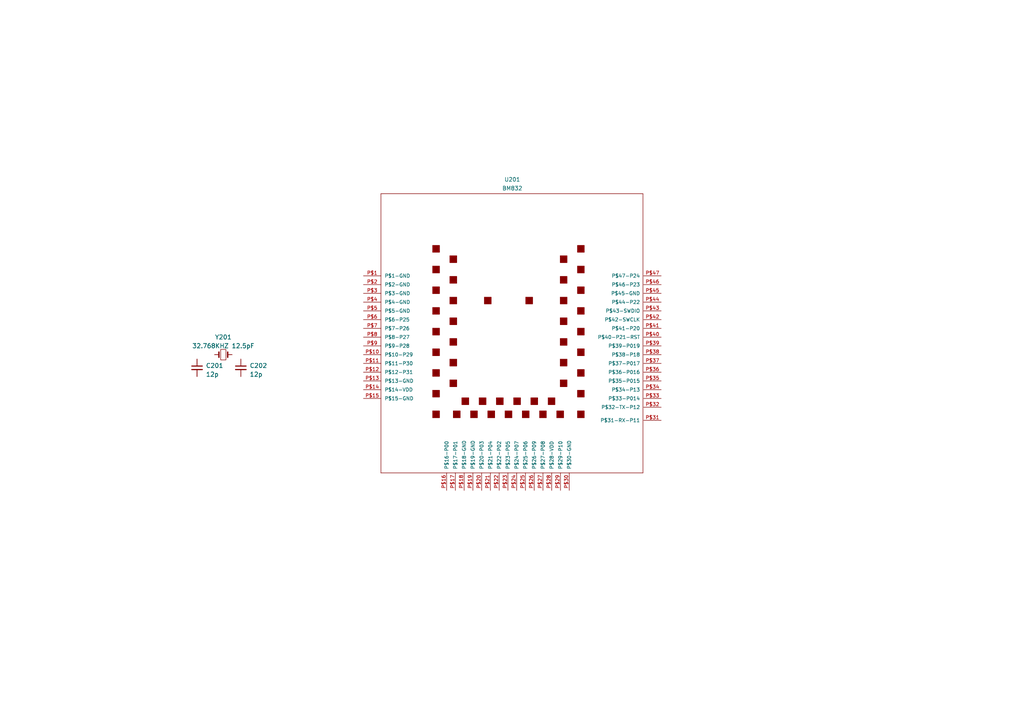
<source format=kicad_sch>
(kicad_sch (version 20230121) (generator eeschema)
  (paper "A4")
  (lib_symbols
    (symbol "Device:C_Small" (pin_numbers hide) (pin_names (offset 0.254) hide)
      (property "Reference" "C" (at 0.254 1.778 0))
      (property "Value" "C_Small" (at 0.254 -2.032 0))
      (symbol "C_Small_0_1"
        (polyline (pts (xy -1.524 -0.508) (xy 1.524 -0.508)) (stroke (width 0.3302)))
        (polyline (pts (xy -1.524 0.508) (xy 1.524 0.508)) (stroke (width 0.3048)))
      )
      (symbol "C_Small_1_1"
        (pin passive line (at 0 2.54 270) (length 2.032) (name "~") (number "1"))
        (pin passive line (at 0 -2.54 90) (length 2.032) (name "~") (number "2"))
      )
    )
    (symbol "Device:Crystal_Small" (pin_numbers hide) (pin_names (offset 1.016) hide)
      (property "Reference" "Y" (at 0 2.54 0))
      (property "Value" "Crystal_Small" (at 0 -2.54 0))
      (symbol "Crystal_Small_0_1"
        (rectangle (start -0.762 -1.524) (end 0.762 1.524))
        (polyline (pts (xy -1.27 -0.762) (xy -1.27 0.762)) (stroke (width 0.381)))
        (polyline (pts (xy 1.27 -0.762) (xy 1.27 0.762)) (stroke (width 0.381)))
      )
      (symbol "Crystal_Small_1_1"
        (pin passive line (at -2.54 0 0) (length 1.27) (name "1") (number "1"))
        (pin passive line (at 2.54 0 180) (length 1.27) (name "2") (number "2"))
      )
    )
    (symbol "Fanstel-modules:BM832" (pin_names (offset 1.016))
      (property "Reference" "U" (at 2.54 43.18 0))
      (property "Value" "BM832" (at 36.83 -40.64 0))
      (symbol "BM832_1_0"
        (polyline (pts (xy -35.56 -39.37) (xy -35.56 41.6052)))
        (polyline (pts (xy -35.56 41.6052) (xy 40.4368 41.6052)))
        (polyline (pts (xy 40.4368 -39.37) (xy -35.56 -39.37)))
        (polyline (pts (xy 40.4368 41.6052) (xy 40.4368 -39.37)))
      )
      (symbol "BM832_1_1"
        (polyline (pts (xy -20.574 -21.3868) (xy -18.5674 -21.3868) (xy -18.5674 -21.3868) (xy -18.5674 -23.3934) (xy -18.5674 -23.3934) (xy -20.574 -23.3934) (xy -20.574 -23.3934) (xy -20.574 -21.3868)) (fill (type outline)))
        (polyline (pts (xy -20.574 -15.3924) (xy -18.5674 -15.3924) (xy -18.5674 -15.3924) (xy -18.5674 -17.3736) (xy -18.5674 -17.3736) (xy -20.574 -17.3736) (xy -20.574 -17.3736) (xy -20.574 -15.3924)) (fill (type outline)))
        (polyline (pts (xy -20.574 -9.3726) (xy -18.5674 -9.3726) (xy -18.5674 -9.3726) (xy -18.5674 -11.3792) (xy -18.5674 -11.3792) (xy -20.574 -11.3792) (xy -20.574 -11.3792) (xy -20.574 -9.3726)) (fill (type outline)))
        (polyline (pts (xy -20.574 -3.3782) (xy -18.5674 -3.3782) (xy -18.5674 -3.3782) (xy -18.5674 -5.3848) (xy -18.5674 -5.3848) (xy -20.574 -5.3848) (xy -20.574 -5.3848) (xy -20.574 -3.3782)) (fill (type outline)))
        (polyline (pts (xy -20.574 2.6162) (xy -18.5674 2.6162) (xy -18.5674 2.6162) (xy -18.5674 0.6096) (xy -18.5674 0.6096) (xy -20.574 0.6096) (xy -20.574 0.6096) (xy -20.574 2.6162)) (fill (type outline)))
        (polyline (pts (xy -20.574 8.6106) (xy -18.5674 8.6106) (xy -18.5674 8.6106) (xy -18.5674 6.6294) (xy -18.5674 6.6294) (xy -20.574 6.6294) (xy -20.574 6.6294) (xy -20.574 8.6106)) (fill (type outline)))
        (polyline (pts (xy -20.574 14.605) (xy -18.5674 14.605) (xy -18.5674 14.605) (xy -18.5674 12.6238) (xy -18.5674 12.6238) (xy -20.574 12.6238) (xy -20.574 12.6238) (xy -20.574 14.605)) (fill (type outline)))
        (polyline (pts (xy -20.574 20.6248) (xy -18.5674 20.6248) (xy -18.5674 20.6248) (xy -18.5674 18.6182) (xy -18.5674 18.6182) (xy -20.574 18.6182) (xy -20.574 18.6182) (xy -20.574 20.6248)) (fill (type outline)))
        (polyline (pts (xy -20.574 26.6192) (xy -18.5674 26.6192) (xy -18.5674 26.6192) (xy -18.5674 24.6126) (xy -18.5674 24.6126) (xy -20.574 24.6126) (xy -20.574 24.6126) (xy -20.574 26.6192)) (fill (type outline)))
        (polyline (pts (xy -15.5702 -12.3952) (xy -13.5636 -12.3952) (xy -13.5636 -12.3952) (xy -13.5636 -14.3764) (xy -13.5636 -14.3764) (xy -15.5702 -14.3764) (xy -15.5702 -14.3764) (xy -15.5702 -12.3952)) (fill (type outline)))
        (polyline (pts (xy -15.5702 -6.3754) (xy -13.5636 -6.3754) (xy -13.5636 -6.3754) (xy -13.5636 -8.382) (xy -13.5636 -8.382) (xy -15.5702 -8.382) (xy -15.5702 -8.382) (xy -15.5702 -6.3754)) (fill (type outline)))
        (polyline (pts (xy -15.5702 -0.381) (xy -13.5636 -0.381) (xy -13.5636 -0.381) (xy -13.5636 -2.3876) (xy -13.5636 -2.3876) (xy -15.5702 -2.3876) (xy -15.5702 -2.3876) (xy -15.5702 -0.381)) (fill (type outline)))
        (polyline (pts (xy -15.5702 5.6134) (xy -13.5636 5.6134) (xy -13.5636 5.6134) (xy -13.5636 3.6068) (xy -13.5636 3.6068) (xy -15.5702 3.6068) (xy -15.5702 3.6068) (xy -15.5702 5.6134)) (fill (type outline)))
        (polyline (pts (xy -15.5702 11.6078) (xy -13.5636 11.6078) (xy -13.5636 11.6078) (xy -13.5636 9.6266) (xy -13.5636 9.6266) (xy -15.5702 9.6266) (xy -15.5702 9.6266) (xy -15.5702 11.6078)) (fill (type outline)))
        (polyline (pts (xy -15.5702 17.6276) (xy -13.5636 17.6276) (xy -13.5636 17.6276) (xy -13.5636 15.621) (xy -13.5636 15.621) (xy -15.5702 15.621) (xy -15.5702 15.621) (xy -15.5702 17.6276)) (fill (type outline)))
        (polyline (pts (xy -15.5702 23.622) (xy -13.5636 23.622) (xy -13.5636 23.622) (xy -13.5636 21.6154) (xy -13.5636 21.6154) (xy -15.5702 21.6154) (xy -15.5702 21.6154) (xy -15.5702 23.622)) (fill (type outline)))
        (polyline (pts (xy -14.5796 -21.3868) (xy -12.573 -21.3868) (xy -12.573 -21.3868) (xy -12.573 -23.3934) (xy -12.573 -23.3934) (xy -14.5796 -23.3934) (xy -14.5796 -23.3934) (xy -14.5796 -21.3868)) (fill (type outline)))
        (polyline (pts (xy -12.0904 -17.5768) (xy -10.0838 -17.5768) (xy -10.0838 -17.5768) (xy -10.0838 -19.5834) (xy -10.0838 -19.5834) (xy -12.0904 -19.5834) (xy -12.0904 -19.5834) (xy -12.0904 -17.5768)) (fill (type outline)))
        (polyline (pts (xy -9.5758 -21.3868) (xy -7.5692 -21.3868) (xy -7.5692 -21.3868) (xy -7.5692 -23.3934) (xy -7.5692 -23.3934) (xy -9.5758 -23.3934) (xy -9.5758 -23.3934) (xy -9.5758 -21.3868)) (fill (type outline)))
        (polyline (pts (xy -7.0866 -17.5768) (xy -5.08 -17.5768) (xy -5.08 -17.5768) (xy -5.08 -19.5834) (xy -5.08 -19.5834) (xy -7.0866 -19.5834) (xy -7.0866 -19.5834) (xy -7.0866 -17.5768)) (fill (type outline)))
        (polyline (pts (xy -5.5626 11.6078) (xy -3.5814 11.6078) (xy -3.5814 11.6078) (xy -3.5814 9.6266) (xy -3.5814 9.6266) (xy -5.5626 9.6266) (xy -5.5626 9.6266) (xy -5.5626 11.6078)) (fill (type outline)))
        (polyline (pts (xy -4.572 -21.3868) (xy -2.5654 -21.3868) (xy -2.5654 -21.3868) (xy -2.5654 -23.3934) (xy -2.5654 -23.3934) (xy -4.572 -23.3934) (xy -4.572 -23.3934) (xy -4.572 -21.3868)) (fill (type outline)))
        (polyline (pts (xy -2.0828 -17.5768) (xy -0.0762 -17.5768) (xy -0.0762 -17.5768) (xy -0.0762 -19.5834) (xy -0.0762 -19.5834) (xy -2.0828 -19.5834) (xy -2.0828 -19.5834) (xy -2.0828 -17.5768)) (fill (type outline)))
        (polyline (pts (xy 0.4318 -21.3868) (xy 2.4384 -21.3868) (xy 2.4384 -21.3868) (xy 2.4384 -23.3934) (xy 2.4384 -23.3934) (xy 0.4318 -23.3934) (xy 0.4318 -23.3934) (xy 0.4318 -21.3868)) (fill (type outline)))
        (polyline (pts (xy 2.921 -17.5768) (xy 4.9276 -17.5768) (xy 4.9276 -17.5768) (xy 4.9276 -19.5834) (xy 4.9276 -19.5834) (xy 2.921 -19.5834) (xy 2.921 -19.5834) (xy 2.921 -17.5768)) (fill (type outline)))
        (polyline (pts (xy 5.4356 -21.3868) (xy 7.4168 -21.3868) (xy 7.4168 -21.3868) (xy 7.4168 -23.3934) (xy 7.4168 -23.3934) (xy 5.4356 -23.3934) (xy 5.4356 -23.3934) (xy 5.4356 -21.3868)) (fill (type outline)))
        (polyline (pts (xy 6.4262 11.6078) (xy 8.4328 11.6078) (xy 8.4328 11.6078) (xy 8.4328 9.6266) (xy 8.4328 9.6266) (xy 6.4262 9.6266) (xy 6.4262 9.6266) (xy 6.4262 11.6078)) (fill (type outline)))
        (polyline (pts (xy 7.9248 -17.5768) (xy 9.906 -17.5768) (xy 9.906 -17.5768) (xy 9.906 -19.5834) (xy 9.906 -19.5834) (xy 7.9248 -19.5834) (xy 7.9248 -19.5834) (xy 7.9248 -17.5768)) (fill (type outline)))
        (polyline (pts (xy 10.4394 -21.3868) (xy 12.4206 -21.3868) (xy 12.4206 -21.3868) (xy 12.4206 -23.3934) (xy 12.4206 -23.3934) (xy 10.4394 -23.3934) (xy 10.4394 -23.3934) (xy 10.4394 -21.3868)) (fill (type outline)))
        (polyline (pts (xy 12.9286 -17.5768) (xy 14.9098 -17.5768) (xy 14.9098 -17.5768) (xy 14.9098 -19.5834) (xy 14.9098 -19.5834) (xy 12.9286 -19.5834) (xy 12.9286 -19.5834) (xy 12.9286 -17.5768)) (fill (type outline)))
        (polyline (pts (xy 15.4178 -21.3868) (xy 17.4244 -21.3868) (xy 17.4244 -21.3868) (xy 17.4244 -23.3934) (xy 17.4244 -23.3934) (xy 15.4178 -23.3934) (xy 15.4178 -23.3934) (xy 15.4178 -21.3868)) (fill (type outline)))
        (polyline (pts (xy 16.4338 -12.3952) (xy 18.415 -12.3952) (xy 18.415 -12.3952) (xy 18.415 -14.3764) (xy 18.415 -14.3764) (xy 16.4338 -14.3764) (xy 16.4338 -14.3764) (xy 16.4338 -12.3952)) (fill (type outline)))
        (polyline (pts (xy 16.4338 -6.3754) (xy 18.415 -6.3754) (xy 18.415 -6.3754) (xy 18.415 -8.382) (xy 18.415 -8.382) (xy 16.4338 -8.382) (xy 16.4338 -8.382) (xy 16.4338 -6.3754)) (fill (type outline)))
        (polyline (pts (xy 16.4338 -0.381) (xy 18.415 -0.381) (xy 18.415 -0.381) (xy 18.415 -2.3876) (xy 18.415 -2.3876) (xy 16.4338 -2.3876) (xy 16.4338 -2.3876) (xy 16.4338 -0.381)) (fill (type outline)))
        (polyline (pts (xy 16.4338 5.6134) (xy 18.415 5.6134) (xy 18.415 5.6134) (xy 18.415 3.6068) (xy 18.415 3.6068) (xy 16.4338 3.6068) (xy 16.4338 3.6068) (xy 16.4338 5.6134)) (fill (type outline)))
        (polyline (pts (xy 16.4338 11.6078) (xy 18.415 11.6078) (xy 18.415 11.6078) (xy 18.415 9.6266) (xy 18.415 9.6266) (xy 16.4338 9.6266) (xy 16.4338 9.6266) (xy 16.4338 11.6078)) (fill (type outline)))
        (polyline (pts (xy 16.4338 17.6276) (xy 18.415 17.6276) (xy 18.415 17.6276) (xy 18.415 15.621) (xy 18.415 15.621) (xy 16.4338 15.621) (xy 16.4338 15.621) (xy 16.4338 17.6276)) (fill (type outline)))
        (polyline (pts (xy 16.4338 23.622) (xy 18.415 23.622) (xy 18.415 23.622) (xy 18.415 21.6154) (xy 18.415 21.6154) (xy 16.4338 21.6154) (xy 16.4338 21.6154) (xy 16.4338 23.622)) (fill (type outline)))
        (polyline (pts (xy 21.4376 -21.3868) (xy 23.4188 -21.3868) (xy 23.4188 -21.3868) (xy 23.4188 -23.3934) (xy 23.4188 -23.3934) (xy 21.4376 -23.3934) (xy 21.4376 -23.3934) (xy 21.4376 -21.3868)) (fill (type outline)))
        (polyline (pts (xy 21.4376 -15.3924) (xy 23.4188 -15.3924) (xy 23.4188 -15.3924) (xy 23.4188 -17.3736) (xy 23.4188 -17.3736) (xy 21.4376 -17.3736) (xy 21.4376 -17.3736) (xy 21.4376 -15.3924)) (fill (type outline)))
        (polyline (pts (xy 21.4376 -9.3726) (xy 23.4188 -9.3726) (xy 23.4188 -9.3726) (xy 23.4188 -11.3792) (xy 23.4188 -11.3792) (xy 21.4376 -11.3792) (xy 21.4376 -11.3792) (xy 21.4376 -9.3726)) (fill (type outline)))
        (polyline (pts (xy 21.4376 -3.3782) (xy 23.4188 -3.3782) (xy 23.4188 -3.3782) (xy 23.4188 -5.3848) (xy 23.4188 -5.3848) (xy 21.4376 -5.3848) (xy 21.4376 -5.3848) (xy 21.4376 -3.3782)) (fill (type outline)))
        (polyline (pts (xy 21.4376 2.6162) (xy 23.4188 2.6162) (xy 23.4188 2.6162) (xy 23.4188 0.6096) (xy 23.4188 0.6096) (xy 21.4376 0.6096) (xy 21.4376 0.6096) (xy 21.4376 2.6162)) (fill (type outline)))
        (polyline (pts (xy 21.4376 8.6106) (xy 23.4188 8.6106) (xy 23.4188 8.6106) (xy 23.4188 6.6294) (xy 23.4188 6.6294) (xy 21.4376 6.6294) (xy 21.4376 6.6294) (xy 21.4376 8.6106)) (fill (type outline)))
        (polyline (pts (xy 21.4376 14.605) (xy 23.4188 14.605) (xy 23.4188 14.605) (xy 23.4188 12.6238) (xy 23.4188 12.6238) (xy 21.4376 12.6238) (xy 21.4376 12.6238) (xy 21.4376 14.605)) (fill (type outline)))
        (polyline (pts (xy 21.4376 20.6248) (xy 23.4188 20.6248) (xy 23.4188 20.6248) (xy 23.4188 18.6182) (xy 23.4188 18.6182) (xy 21.4376 18.6182) (xy 21.4376 18.6182) (xy 21.4376 20.6248)) (fill (type outline)))
        (polyline (pts (xy 21.4376 26.6192) (xy 23.4188 26.6192) (xy 23.4188 26.6192) (xy 23.4188 24.6126) (xy 23.4188 24.6126) (xy 21.4376 24.6126) (xy 21.4376 24.6126) (xy 21.4376 26.6192)) (fill (type outline)))
        (pin bidirectional line (at -40.64 17.78 0) (length 5.08) (name "P$1-GND") (number "P$1"))
        (pin bidirectional line (at -40.64 -5.08 0) (length 5.08) (name "P$10-P29") (number "P$10"))
        (pin bidirectional line (at -40.64 -7.62 0) (length 5.08) (name "P$11-P30") (number "P$11"))
        (pin bidirectional line (at -40.64 -10.16 0) (length 5.08) (name "P$12-P31") (number "P$12"))
        (pin bidirectional line (at -40.64 -12.7 0) (length 5.08) (name "P$13-GND") (number "P$13"))
        (pin bidirectional line (at -40.64 -15.24 0) (length 5.08) (name "P$14-VDD") (number "P$14"))
        (pin bidirectional line (at -40.64 -17.78 0) (length 5.08) (name "P$15-GND") (number "P$15"))
        (pin bidirectional line (at -16.51 -44.45 90) (length 5.08) (name "P$16-P00") (number "P$16"))
        (pin bidirectional line (at -13.97 -44.45 90) (length 5.08) (name "P$17-P01") (number "P$17"))
        (pin bidirectional line (at -11.43 -44.45 90) (length 5.08) (name "P$18-GND") (number "P$18"))
        (pin bidirectional line (at -8.89 -44.45 90) (length 5.08) (name "P$19-GND") (number "P$19"))
        (pin bidirectional line (at -40.64 15.24 0) (length 5.08) (name "P$2-GND") (number "P$2"))
        (pin bidirectional line (at -6.35 -44.45 90) (length 5.08) (name "P$20-P03") (number "P$20"))
        (pin bidirectional line (at -3.81 -44.45 90) (length 5.08) (name "P$21-P04") (number "P$21"))
        (pin bidirectional line (at -1.27 -44.45 90) (length 5.08) (name "P$22-P02") (number "P$22"))
        (pin bidirectional line (at 1.27 -44.45 90) (length 5.08) (name "P$23-P05") (number "P$23"))
        (pin bidirectional line (at 3.81 -44.45 90) (length 5.08) (name "P$24-P07") (number "P$24"))
        (pin bidirectional line (at 6.35 -44.45 90) (length 5.08) (name "P$25-P06") (number "P$25"))
        (pin bidirectional line (at 8.89 -44.45 90) (length 5.08) (name "P$26-P09") (number "P$26"))
        (pin bidirectional line (at 11.43 -44.45 90) (length 5.08) (name "P$27-P08") (number "P$27"))
        (pin bidirectional line (at 13.97 -44.45 90) (length 5.08) (name "P$28-VDD") (number "P$28"))
        (pin bidirectional line (at 16.51 -44.45 90) (length 5.08) (name "P$29-P10") (number "P$29"))
        (pin bidirectional line (at -40.64 12.7 0) (length 5.08) (name "P$3-GND") (number "P$3"))
        (pin bidirectional line (at 19.05 -44.45 90) (length 5.08) (name "P$30-GND") (number "P$30"))
        (pin bidirectional line (at 45.72 -24.13 180) (length 5.08) (name "P$31-RX-P11") (number "P$31"))
        (pin bidirectional line (at 45.72 -20.32 180) (length 5.08) (name "P$32-TX-P12") (number "P$32"))
        (pin bidirectional line (at 45.72 -17.78 180) (length 5.08) (name "P$33-P014") (number "P$33"))
        (pin bidirectional line (at 45.72 -15.24 180) (length 5.08) (name "P$34-P13") (number "P$34"))
        (pin bidirectional line (at 45.72 -12.7 180) (length 5.08) (name "P$35-P015") (number "P$35"))
        (pin bidirectional line (at 45.72 -10.16 180) (length 5.08) (name "P$36-P016") (number "P$36"))
        (pin bidirectional line (at 45.72 -7.62 180) (length 5.08) (name "P$37-P017") (number "P$37"))
        (pin bidirectional line (at 45.72 -5.08 180) (length 5.08) (name "P$38-P18") (number "P$38"))
        (pin bidirectional line (at 45.72 -2.54 180) (length 5.08) (name "P$39-P019") (number "P$39"))
        (pin bidirectional line (at -40.64 10.16 0) (length 5.08) (name "P$4-GND") (number "P$4"))
        (pin bidirectional line (at 45.72 0 180) (length 5.08) (name "P$40-P21-RST") (number "P$40"))
        (pin bidirectional line (at 45.72 2.54 180) (length 5.08) (name "P$41-P20") (number "P$41"))
        (pin bidirectional line (at 45.72 5.08 180) (length 5.08) (name "P$42-SWCLK") (number "P$42"))
        (pin bidirectional line (at 45.72 7.62 180) (length 5.08) (name "P$43-SWDIO") (number "P$43"))
        (pin bidirectional line (at 45.72 10.16 180) (length 5.08) (name "P$44-P22") (number "P$44"))
        (pin bidirectional line (at 45.72 12.7 180) (length 5.08) (name "P$45-GND") (number "P$45"))
        (pin bidirectional line (at 45.72 15.24 180) (length 5.08) (name "P$46-P23") (number "P$46"))
        (pin bidirectional line (at 45.72 17.78 180) (length 5.08) (name "P$47-P24") (number "P$47"))
        (pin bidirectional line (at -40.64 7.62 0) (length 5.08) (name "P$5-GND") (number "P$5"))
        (pin bidirectional line (at -40.64 5.08 0) (length 5.08) (name "P$6-P25") (number "P$6"))
        (pin bidirectional line (at -40.64 2.54 0) (length 5.08) (name "P$7-P26") (number "P$7"))
        (pin bidirectional line (at -40.64 0 0) (length 5.08) (name "P$8-P27") (number "P$8"))
        (pin bidirectional line (at -40.64 -2.54 0) (length 5.08) (name "P$9-P28") (number "P$9"))
      )
    )
  )
  (symbol (lib_id "Device:Crystal_Small") (at 64.77 102.87 0) (unit 1)
    (property "Reference" "Y201" (at 64.77 97.79 0))
    (property "Value" "32.768KHZ 12.5pF" (at 64.77 100.33 0))
    (property "MPN" "Q 0,032768-JTX210-12,5-20-T1-LF" (effects hide))
  )
  (symbol (lib_id "Fanstel-modules:BM832") (at 146.05 97.79 0) (unit 1)
    (property "Reference" "U201" (at 148.59 52.07 0) (effects (font (size 1.143 1.143))))
    (property "Value" "BM832" (at 148.59 54.61 0) (effects (font (size 1.143 1.143))))
    (property "Footprint" "Fanstel_modules:BM832-1-BM832" (effects hide))
  )
  (symbol (lib_id "Device:C_Small") (at 57.15 106.68 0) (unit 1)
    (property "Reference" "C201" (at 59.69 106.0513 0) (effects (justify left)))
    (property "Value" "12p" (at 59.69 108.5913 0) (effects (justify left)))
    (property "Footprint" "Capacitor_SMD:C_0402_1005Metric_Pad0.74x0.62mm_HandSolder" (effects hide))
    (property "MNP" "KGM05ACG1H120JH" (effects hide))
  )
  (symbol (lib_id "Device:C_Small") (at 69.85 106.68 0) (unit 1)
    (property "Reference" "C202" (at 72.39 106.0513 0) (effects (justify left)))
    (property "Value" "12p" (at 72.39 108.5913 0) (effects (justify left)))
    (property "Footprint" "Capacitor_SMD:C_0402_1005Metric_Pad0.74x0.62mm_HandSolder" (effects hide))
    (property "MNP" "KGM05ACG1H120JH" (effects hide))
  )
)
</source>
